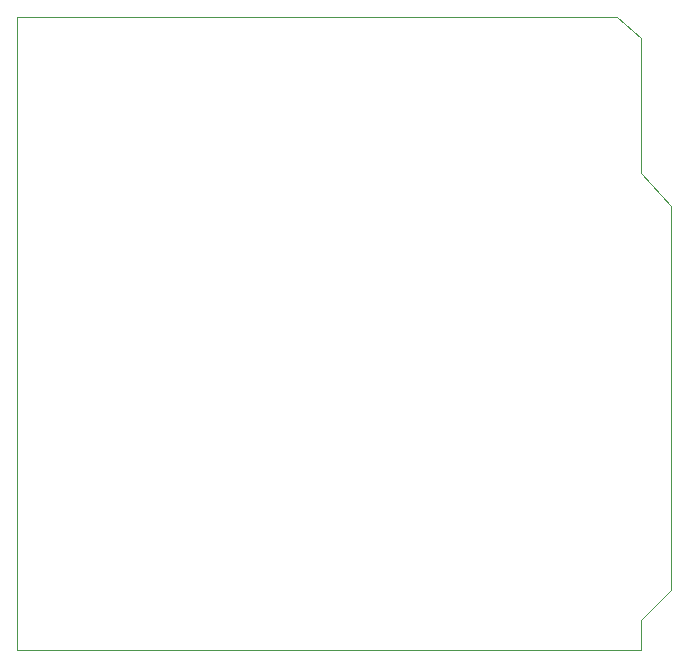
<source format=gbr>
%TF.GenerationSoftware,KiCad,Pcbnew,7.0.1-3b83917a11~172~ubuntu20.04.1*%
%TF.CreationDate,2023-08-11T21:00:57+02:00*%
%TF.ProjectId,PicoShield,5069636f-5368-4696-956c-642e6b696361,rev?*%
%TF.SameCoordinates,Original*%
%TF.FileFunction,Profile,NP*%
%FSLAX46Y46*%
G04 Gerber Fmt 4.6, Leading zero omitted, Abs format (unit mm)*
G04 Created by KiCad (PCBNEW 7.0.1-3b83917a11~172~ubuntu20.04.1) date 2023-08-11 21:00:57*
%MOMM*%
%LPD*%
G01*
G04 APERTURE LIST*
%TA.AperFunction,Profile*%
%ADD10C,0.100000*%
%TD*%
G04 APERTURE END LIST*
D10*
X182372000Y-38608000D02*
X184912000Y-41402000D01*
X129540000Y-25400000D02*
X180340000Y-25400000D01*
X184912000Y-41402000D02*
X184912000Y-73914000D01*
X182372000Y-76454000D02*
X182372000Y-78994000D01*
X180340000Y-25400000D02*
X182372000Y-27178000D01*
X182372000Y-27178000D02*
X182372000Y-38608000D01*
X129540000Y-78994000D02*
X129540000Y-25400000D01*
X182372000Y-78994000D02*
X129540000Y-78994000D01*
X184912000Y-73914000D02*
X182372000Y-76454000D01*
M02*

</source>
